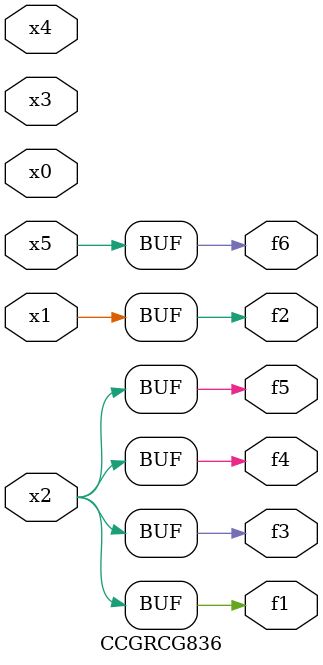
<source format=v>
module CCGRCG836(
	input x0, x1, x2, x3, x4, x5,
	output f1, f2, f3, f4, f5, f6
);
	assign f1 = x2;
	assign f2 = x1;
	assign f3 = x2;
	assign f4 = x2;
	assign f5 = x2;
	assign f6 = x5;
endmodule

</source>
